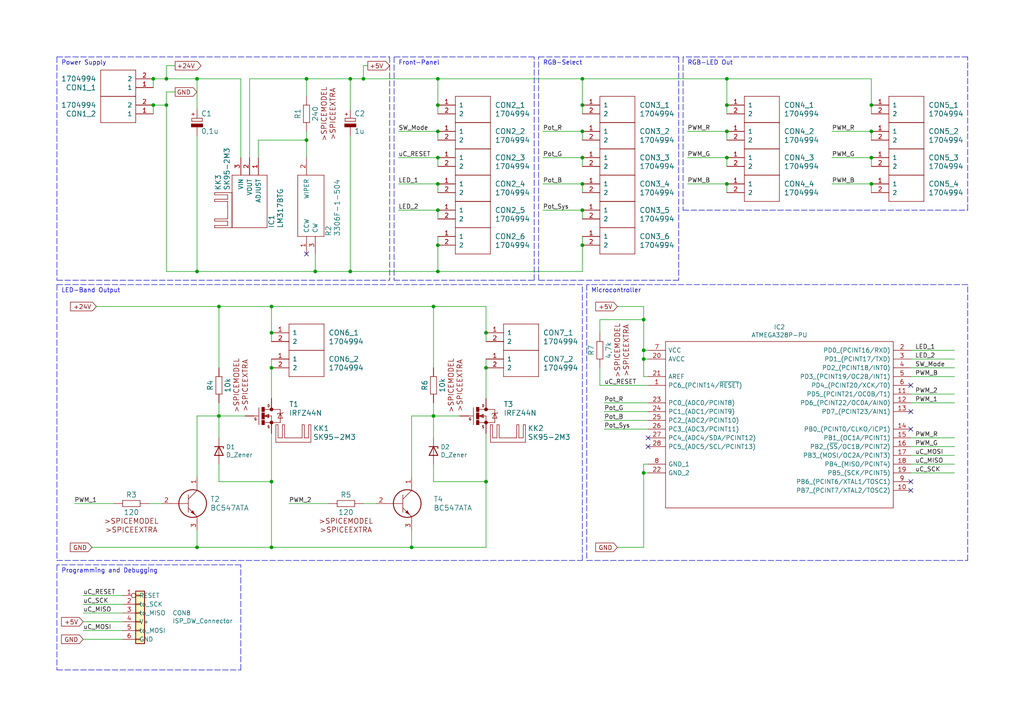
<source format=kicad_sch>
(kicad_sch (version 20211123) (generator eeschema)
  (paper "A4")
  (title_block (title "Scheinwerfer Dirk") (date "2021-10-28") (rev "2.0") (company "Heimann, Florian"))
  (lib_symbols
    (symbol "Device:D_Zener" (pin_numbers hide) (pin_names (offset 1.016) hide)
      (property "Reference" "D" (at 0 2.54 0))
      (property "Value" "D_Zener" (at 0 -2.54 0))
      (symbol "D_Zener_0_1"
        (polyline (pts (xy 1.27 0) (xy -1.27 0)))
        (polyline (pts (xy -1.27 -1.27) (xy -1.27 1.27) (xy -0.762 1.27)) (stroke (width 0.254)))
        (polyline (pts (xy 1.27 -1.27) (xy 1.27 1.27) (xy -1.27 0) (xy 1.27 -1.27)) (stroke (width 0.254)))
      )
      (symbol "D_Zener_1_1"
        (pin passive line (at -3.81 0 0) (length 2.54) (name "K") (number "1"))
        (pin passive line (at 3.81 0 180) (length 2.54) (name "A") (number "2"))
      )
    )
    (symbol "Scheinwerfer_Dirk-eagle-import:1704994" (pin_names (offset 1.016))
      (property "Reference" "J" (at 16.51 7.62 0))
      (property "Value" "1704994" (at 16.51 5.08 0))
      (symbol "1704994_1_0"
        (polyline (pts (xy 5.08 2.54) (xy 5.08 -5.08)))
        (polyline (pts (xy 5.08 2.54) (xy 15.24 2.54)))
        (polyline (pts (xy 15.24 -5.08) (xy 5.08 -5.08)))
        (polyline (pts (xy 15.24 -5.08) (xy 15.24 2.54)))
        (pin bidirectional line (at 0 0 0) (length 5.08) (name "1") (number "1"))
        (pin bidirectional line (at 0 -2.54 0) (length 5.08) (name "2") (number "2"))
      )
    )
    (symbol "Scheinwerfer_Dirk-eagle-import:3306F-1-504" (pin_names (offset 1.016))
      (property "Reference" "VR" (at 24.13 7.62 0))
      (property "Value" "3306F-1-504" (at 24.13 5.08 0))
      (symbol "3306F-1-504_1_0"
        (polyline (pts (xy 5.08 2.54) (xy 5.08 -5.08)))
        (polyline (pts (xy 5.08 2.54) (xy 22.86 2.54)))
        (polyline (pts (xy 22.86 -5.08) (xy 5.08 -5.08)))
        (polyline (pts (xy 22.86 -5.08) (xy 22.86 2.54)))
        (pin bidirectional line (at 0 0 0) (length 5.08) (name "CCW") (number "1"))
        (pin bidirectional line (at 27.94 0 180) (length 5.08) (name "WIPER") (number "2"))
        (pin bidirectional line (at 0 -2.54 0) (length 5.08) (name "CW") (number "3"))
      )
    )
    (symbol "Scheinwerfer_Dirk-eagle-import:BC547ATA" (pin_names (offset 1.016))
      (property "Reference" "Q" (at 13.97 1.27 0))
      (property "Value" "BC547ATA" (at 13.97 -1.27 0))
      (symbol "BC547ATA_1_0"
        (polyline (pts (xy 2.54 0) (xy 7.62 0)))
        (polyline (pts (xy 7.62 -1.27) (xy 10.16 -3.81)))
        (polyline (pts (xy 7.62 1.27) (xy 10.16 3.81)))
        (polyline (pts (xy 7.62 2.54) (xy 7.62 -2.54)))
        (polyline (pts (xy 10.16 -3.81) (xy 10.16 -5.08)))
        (polyline (pts (xy 10.16 3.81) (xy 10.16 5.08)))
        (polyline (pts (xy 8.382 -2.54) (xy 9.3726 -3.048) (xy 9.398 -3.0226) (xy 8.89 -2.032)) (fill (type outline)))
        (circle (center 8.89 0) (radius 4.0132) (stroke (width 0.254)))
        (pin bidirectional line (at 10.16 7.62 270) (length 2.54) (name "C") (number "1"))
        (pin bidirectional line (at 0 0 0) (length 2.54) (name "B") (number "2"))
        (pin bidirectional line (at 10.16 -7.62 90) (length 2.54) (name "E") (number "3"))
      )
    )
    (symbol "Scheinwerfer_Dirk-eagle-import:C-POLRADIAL-11MM-DIA" (pin_names (offset 1.016))
      (property "Reference" "C" (at 1.143 0.4826 0))
      (property "Value" "C-POLRADIAL-11MM-DIA" (at 1.143 -4.5974 0))
      (symbol "C-POLRADIAL-11MM-DIA_1_0"
        (rectangle (start -1.651 -2.54) (end 1.651 -1.651) (fill (type outline)))
        (polyline (pts (xy -1.524 -0.889) (xy 1.524 -0.889)))
        (polyline (pts (xy -1.524 0) (xy -1.524 -0.889)))
        (polyline (pts (xy -1.524 0) (xy 1.524 0)))
        (polyline (pts (xy 1.524 -0.889) (xy 1.524 0)))
        (text "+" (at -0.5842 0.4064 900) (effects (font (size 1.0668 1.0668)) (justify left bottom)))
        (pin passive line (at 0 2.54 270) (length 2.54) (name "+") (number "1"))
        (pin passive line (at 0 -5.08 90) (length 2.54) (name "-") (number "2"))
      )
    )
    (symbol "Scheinwerfer_Dirk-eagle-import:IRFZ44N" (pin_names (offset 1.016))
      (property "Value" "IRFZ44N" (at 5.08 0 0))
      (symbol "IRFZ44N_1_0"
        (rectangle (start -2.794 -2.54) (end -2.032 -1.27) (fill (type outline)))
        (rectangle (start -2.794 -0.889) (end -2.032 0.889) (fill (type outline)))
        (rectangle (start -2.794 1.27) (end -2.032 2.54) (fill (type outline)))
        (circle (center 0 -1.905) (radius 0.127) (stroke (width 0.4064)))
        (polyline (pts (xy -3.81 0) (xy -5.08 0)))
        (polyline (pts (xy -3.6576 2.413) (xy -3.6576 -2.54)))
        (polyline (pts (xy -2.032 -1.905) (xy 0 -1.905)))
        (polyline (pts (xy -2.032 0) (xy -0.762 -0.508)))
        (polyline (pts (xy -1.778 0) (xy -0.889 -0.254)))
        (polyline (pts (xy -0.889 -0.254) (xy -0.889 0)))
        (polyline (pts (xy -0.889 0) (xy -1.143 0)))
        (polyline (pts (xy -0.889 0) (xy 0 0)))
        (polyline (pts (xy -0.889 0.254) (xy -1.778 0)))
        (polyline (pts (xy -0.762 -0.508) (xy -0.762 0.508)))
        (polyline (pts (xy -0.762 0.508) (xy -2.032 0)))
        (polyline (pts (xy 0 -1.905) (xy 0 -2.54)))
        (polyline (pts (xy 0 0) (xy 0 -1.905)))
        (polyline (pts (xy 0 1.905) (xy -2.0066 1.905)))
        (polyline (pts (xy 0 1.905) (xy 2.54 1.905)))
        (polyline (pts (xy 0 2.54) (xy 0 1.905)))
        (polyline (pts (xy 1.905 -0.635) (xy 3.175 -0.635)))
        (polyline (pts (xy 1.905 0.762) (xy 1.651 0.508)))
        (polyline (pts (xy 1.905 0.762) (xy 2.54 0.762)))
        (polyline (pts (xy 2.54 -1.905) (xy 0 -1.905)))
        (polyline (pts (xy 2.54 0.762) (xy 1.905 -0.635)))
        (polyline (pts (xy 2.54 0.762) (xy 2.54 -1.905)))
        (polyline (pts (xy 2.54 0.762) (xy 3.175 0.762)))
        (polyline (pts (xy 2.54 1.905) (xy 2.54 0.762)))
        (polyline (pts (xy 3.175 -0.635) (xy 2.54 0.762)))
        (polyline (pts (xy 3.175 0.762) (xy 3.429 1.016)))
        (circle (center 0 1.905) (radius 0.127) (stroke (width 0.4064)))
        (text "D" (at -1.27 2.54 0) (effects (font (size 0.6858 0.6858)) (justify left bottom)))
        (text "G" (at -5.08 -1.27 0) (effects (font (size 0.6858 0.6858)) (justify left bottom)))
        (text "S" (at -1.27 -3.556 0) (effects (font (size 0.6858 0.6858)) (justify left bottom)))
        (pin passive line (at -7.62 0 0) (length 2.54) (name "G") (number "1"))
        (pin passive line (at 0 5.08 270) (length 2.54) (name "D") (number "2"))
        (pin passive line (at 0 -5.08 90) (length 2.54) (name "S") (number "3"))
      )
    )
    (symbol "Scheinwerfer_Dirk-eagle-import:LM317BTG" (pin_names (offset 1.016))
      (property "Reference" "IC" (at 21.59 7.62 0))
      (property "Value" "LM317BTG" (at 21.59 5.08 0))
      (symbol "LM317BTG_1_0"
        (polyline (pts (xy 5.08 2.54) (xy 5.08 -7.62)))
        (polyline (pts (xy 5.08 2.54) (xy 20.32 2.54)))
        (polyline (pts (xy 20.32 -7.62) (xy 5.08 -7.62)))
        (polyline (pts (xy 20.32 -7.62) (xy 20.32 2.54)))
        (pin bidirectional line (at 0 0 0) (length 5.08) (name "ADJUST") (number "1"))
        (pin output line (at 0 -2.54 0) (length 5.08) (name "VOUT") (number "2"))
        (pin input line (at 0 -5.08 0) (length 5.08) (name "VIN") (number "3"))
      )
    )
    (symbol "Scheinwerfer_Dirk-eagle-import:RAXIAL-11.7MM-PITCH" (pin_names (offset 1.016))
      (property "Reference" "R" (at 0 2.54 0))
      (property "Value" "RAXIAL-11.7MM-PITCH" (at 0 -2.54 0))
      (symbol "RAXIAL-11.7MM-PITCH_1_0"
        (polyline (pts (xy -2.54 -0.889) (xy -2.54 0.889)))
        (polyline (pts (xy -2.54 -0.889) (xy 2.54 -0.889)))
        (polyline (pts (xy 2.54 -0.889) (xy 2.54 0.889)))
        (polyline (pts (xy 2.54 0.889) (xy -2.54 0.889)))
        (text ">SPICEEXTRA" (at 0 -7.62 0) (effects (font (size 1.4986 1.4986))))
        (text ">SPICEMODEL" (at 0 -5.08 0) (effects (font (size 1.4986 1.4986))))
        (pin passive line (at -5.08 0 0) (length 2.54) (name "1") (number "1"))
        (pin passive line (at 5.08 0 180) (length 2.54) (name "2") (number "2"))
      )
    )
    (symbol "Scheinwerfer_Dirk-eagle-import:SK95-2M3" (pin_names (offset 1.016))
      (property "Reference" "KK" (at 5.715 3.175 0))
      (property "Value" "SK95-2M3" (at 5.715 0.635 0))
      (symbol "SK95-2M3_1_0"
        (polyline (pts (xy -5.08 0) (xy 5.08 0)))
        (polyline (pts (xy -5.08 5.08) (xy -5.08 0)))
        (polyline (pts (xy -4.445 1.27) (xy -4.445 5.08)))
        (polyline (pts (xy -4.445 5.08) (xy -5.08 5.08)))
        (polyline (pts (xy -3.175 1.27) (xy -4.445 1.27)))
        (polyline (pts (xy -3.175 5.08) (xy -3.175 1.27)))
        (polyline (pts (xy -2.54 1.27) (xy -2.54 5.08)))
        (polyline (pts (xy -2.54 5.08) (xy -3.175 5.08)))
        (polyline (pts (xy 2.54 1.27) (xy -2.54 1.27)))
        (polyline (pts (xy 2.54 5.08) (xy 2.54 1.27)))
        (polyline (pts (xy 3.175 1.27) (xy 3.175 5.08)))
        (polyline (pts (xy 3.175 5.08) (xy 2.54 5.08)))
        (polyline (pts (xy 4.445 1.27) (xy 3.175 1.27)))
        (polyline (pts (xy 4.445 5.08) (xy 4.445 1.27)))
        (polyline (pts (xy 5.08 0) (xy 5.08 5.08)))
        (polyline (pts (xy 5.08 5.08) (xy 4.445 5.08)))
      )
    )
    (symbol "Scheinwerfer_Dirk-rescue:ATMEGA328P-PU-SamacSys_Parts" (pin_names (offset 0.762))
      (property "Reference" "IC" (at 72.39 7.62 0))
      (property "Value" "ATMEGA328P-PU-SamacSys_Parts" (at 72.39 5.08 0))
      (symbol "ATMEGA328P-PU-SamacSys_Parts_0_0"
        (pin passive line (at 0 -10.16 0) (length 5.08) (name "PC6_(PCINT14/~{RESET})") (number "1"))
        (pin passive line (at 76.2 -40.64 180) (length 5.08) (name "PB7_(PCINT7/XTAL2/TOSC2)") (number "10"))
        (pin passive line (at 76.2 -12.7 180) (length 5.08) (name "PD5_(PCINT21/OC0B/T1)") (number "11"))
        (pin passive line (at 76.2 -15.24 180) (length 5.08) (name "PD6_(PCINT22/OC0A/AIN0)") (number "12"))
        (pin passive line (at 76.2 -17.78 180) (length 5.08) (name "PD7_(PCINT23/AIN1)") (number "13"))
        (pin passive line (at 76.2 -22.86 180) (length 5.08) (name "PB0_(PCINT0/CLKO/ICP1)") (number "14"))
        (pin passive line (at 76.2 -25.4 180) (length 5.08) (name "PB1_(OC1A/PCINT1)") (number "15"))
        (pin passive line (at 76.2 -27.94 180) (length 5.08) (name "PB2_(~{SS}/OC1B/PCINT2)") (number "16"))
        (pin passive line (at 76.2 -30.48 180) (length 5.08) (name "PB3_(MOSI/OC2A/PCINT3)") (number "17"))
        (pin passive line (at 76.2 -33.02 180) (length 5.08) (name "PB4_(MISO/PCINT4)") (number "18"))
        (pin passive line (at 76.2 -35.56 180) (length 5.08) (name "PB5_(SCK/PCINT5)") (number "19"))
        (pin passive line (at 76.2 0 180) (length 5.08) (name "PD0_(PCINT16/RXD)") (number "2"))
        (pin passive line (at 0 -2.54 0) (length 5.08) (name "AVCC") (number "20"))
        (pin passive line (at 0 -7.62 0) (length 5.08) (name "AREF") (number "21"))
        (pin passive line (at 0 -35.56 0) (length 5.08) (name "GND_2") (number "22"))
        (pin passive line (at 0 -15.24 0) (length 5.08) (name "PC0_(ADC0/PCINT8)") (number "23"))
        (pin passive line (at 0 -17.78 0) (length 5.08) (name "PC1_(ADC1/PCINT9)") (number "24"))
        (pin passive line (at 0 -20.32 0) (length 5.08) (name "PC2_(ADC2/PCINT10)") (number "25"))
        (pin passive line (at 0 -22.86 0) (length 5.08) (name "PC3_(ADC3/PCINT11)") (number "26"))
        (pin passive line (at 0 -25.4 0) (length 5.08) (name "PC4_(ADC4/SDA/PCINT12)") (number "27"))
        (pin passive line (at 0 -27.94 0) (length 5.08) (name "PC5_(ADC5/SCL/PCINT13)") (number "28"))
        (pin passive line (at 76.2 -2.54 180) (length 5.08) (name "PD1_(PCINT17/TXD)") (number "3"))
        (pin passive line (at 76.2 -5.08 180) (length 5.08) (name "PD2_(PCINT18/INT0)") (number "4"))
        (pin passive line (at 76.2 -7.62 180) (length 5.08) (name "PD3_(PCINT19/OC2B/INT1)") (number "5"))
        (pin passive line (at 76.2 -10.16 180) (length 5.08) (name "PD4_(PCINT20/XCK/T0)") (number "6"))
        (pin passive line (at 0 0 0) (length 5.08) (name "VCC") (number "7"))
        (pin passive line (at 0 -33.02 0) (length 5.08) (name "GND_1") (number "8"))
        (pin passive line (at 76.2 -38.1 180) (length 5.08) (name "PB6_(PCINT6/XTAL1/TOSC1)") (number "9"))
      )
      (symbol "ATMEGA328P-PU-SamacSys_Parts_0_1"
        (polyline (pts (xy 5.08 2.54) (xy 71.12 2.54) (xy 71.12 -45.72) (xy 5.08 -45.72) (xy 5.08 2.54)) (stroke (width 0.1524)))
      )
    )
    (symbol "Scheinwerfer_Dirk-rescue:ISP_DW_Connector-Connectors_Own" (pin_names (offset 1.016))
      (property "Reference" "J" (at 0 7.62 0))
      (property "Value" "ISP_DW_Connector-Connectors_Own" (at 0 -10.16 0))
      (symbol "ISP_DW_Connector-Connectors_Own_1_1"
        (rectangle (start -1.27 -7.493) (end 0 -7.747) (stroke (width 0.1524)))
        (rectangle (start -1.27 -4.953) (end 0 -5.207) (stroke (width 0.1524)))
        (rectangle (start -1.27 -2.413) (end 0 -2.667) (stroke (width 0.1524)))
        (rectangle (start -1.27 0.127) (end 0 -0.127) (stroke (width 0.1524)))
        (rectangle (start -1.27 2.667) (end 0 2.413) (stroke (width 0.1524)))
        (rectangle (start -1.27 5.207) (end 0 4.953) (stroke (width 0.1524)))
        (rectangle (start -1.27 6.35) (end 1.27 -8.89) (stroke (width 0.254)) (fill (type background)))
        (pin bidirectional inverted (at -5.08 5.08 0) (length 3.81) (name "RESET") (number "1"))
        (pin bidirectional line (at -5.08 2.54 0) (length 3.81) (name "to_SCK") (number "2"))
        (pin bidirectional line (at -5.08 0 0) (length 3.81) (name "to_MISO") (number "3"))
        (pin bidirectional line (at -5.08 -2.54 0) (length 3.81) (name "V+") (number "4"))
        (pin bidirectional line (at -5.08 -5.08 0) (length 3.81) (name "to_MOSI") (number "5"))
        (pin bidirectional line (at -5.08 -7.62 0) (length 3.81) (name "GND") (number "6"))
      )
    )
  )
  (junction (at 63.5 120.65))
  (junction (at 168.91 60.96))
  (junction (at 127 78.74))
  (junction (at 78.74 88.9))
  (junction (at 186.69 137.16))
  (junction (at 168.91 30.48))
  (junction (at 210.82 45.72))
  (junction (at 127 38.1))
  (junction (at 57.15 22.86))
  (junction (at 252.73 38.1))
  (junction (at 140.97 106.68))
  (junction (at 168.91 22.86))
  (junction (at 44.45 30.48))
  (junction (at 101.6 78.74))
  (junction (at 91.44 78.74))
  (junction (at 125.73 88.9))
  (junction (at 168.91 38.1))
  (junction (at 186.69 101.6))
  (junction (at 127 22.86))
  (junction (at 252.73 53.34))
  (junction (at 127 30.48))
  (junction (at 44.45 22.86))
  (junction (at 168.91 45.72))
  (junction (at 186.69 104.14))
  (junction (at 119.38 158.75))
  (junction (at 127 53.34))
  (junction (at 78.74 139.7))
  (junction (at 168.91 71.12))
  (junction (at 105.41 22.86))
  (junction (at 140.97 96.52))
  (junction (at 168.91 53.34))
  (junction (at 57.15 158.75))
  (junction (at 78.74 106.68))
  (junction (at 63.5 88.9))
  (junction (at 140.97 139.7))
  (junction (at 127 60.96))
  (junction (at 210.82 53.34))
  (junction (at 210.82 30.48))
  (junction (at 88.9 40.64))
  (junction (at 101.6 22.86))
  (junction (at 127 45.72))
  (junction (at 252.73 45.72))
  (junction (at 48.26 30.48))
  (junction (at 125.73 120.65))
  (junction (at 78.74 158.75))
  (junction (at 210.82 38.1))
  (junction (at 186.69 92.71))
  (junction (at 252.73 30.48))
  (junction (at 88.9 22.86))
  (junction (at 210.82 22.86))
  (junction (at 78.74 96.52))
  (junction (at 57.15 78.74))
  (junction (at 127 71.12))
  (junction (at 48.26 22.86))
  (no_connect (at 264.16 142.24))
  (no_connect (at 264.16 119.38))
  (no_connect (at 187.96 127))
  (no_connect (at 264.16 124.46))
  (no_connect (at 187.96 129.54))
  (no_connect (at 264.16 111.76))
  (no_connect (at 88.9 73.66))
  (no_connect (at 264.16 139.7))
  (wire (pts (xy 168.91 55.88) (xy 168.91 53.34)))
  (wire (pts (xy 78.74 125.73) (xy 78.74 139.7)))
  (wire (pts (xy 35.56 172.72) (xy 24.13 172.72)))
  (wire (pts (xy 264.16 109.22) (xy 276.86 109.22)))
  (wire (pts (xy 168.91 40.64) (xy 168.91 38.1)))
  (wire (pts (xy 252.73 45.72) (xy 241.3 45.72)))
  (wire (pts (xy 127 22.86) (xy 127 30.48)))
  (wire (pts (xy 125.73 120.65) (xy 119.38 120.65)))
  (wire (pts (xy 264.16 106.68) (xy 276.86 106.68)))
  (wire (pts (xy 168.91 78.74) (xy 168.91 71.12)))
  (wire (pts (xy 187.96 124.46) (xy 175.26 124.46)))
  (polyline (pts (xy 16.51 82.55) (xy 168.91 82.55)))
  (wire (pts (xy 168.91 48.26) (xy 168.91 45.72)))
  (wire (pts (xy 48.26 26.67) (xy 50.8 26.67)))
  (polyline (pts (xy 156.21 16.51) (xy 196.85 16.51)))
  (polyline (pts (xy 198.12 16.51) (xy 198.12 60.96)))
  (wire (pts (xy 101.6 22.86) (xy 105.41 22.86)))
  (wire (pts (xy 63.5 134.62) (xy 63.5 139.7)))
  (wire (pts (xy 168.91 22.86) (xy 168.91 30.48)))
  (wire (pts (xy 264.16 129.54) (xy 276.86 129.54)))
  (wire (pts (xy 57.15 138.43) (xy 57.15 120.65)))
  (wire (pts (xy 57.15 39.37) (xy 57.15 78.74)))
  (wire (pts (xy 74.93 45.72) (xy 74.93 40.64)))
  (wire (pts (xy 173.99 106.68) (xy 173.99 111.76)))
  (wire (pts (xy 168.91 33.02) (xy 168.91 30.48)))
  (wire (pts (xy 252.73 53.34) (xy 252.73 55.88)))
  (wire (pts (xy 46.99 146.05) (xy 43.18 146.05)))
  (wire (pts (xy 168.91 63.5) (xy 168.91 60.96)))
  (wire (pts (xy 210.82 45.72) (xy 210.82 48.26)))
  (wire (pts (xy 35.56 182.88) (xy 24.13 182.88)))
  (wire (pts (xy 168.91 60.96) (xy 157.48 60.96)))
  (polyline (pts (xy 168.91 162.56) (xy 168.91 82.55)))
  (wire (pts (xy 48.26 78.74) (xy 57.15 78.74)))
  (wire (pts (xy 187.96 119.38) (xy 175.26 119.38)))
  (polyline (pts (xy 16.51 194.31) (xy 69.85 194.31)))
  (wire (pts (xy 125.73 134.62) (xy 125.73 139.7)))
  (polyline (pts (xy 156.21 81.28) (xy 156.21 16.51)))
  (wire (pts (xy 127 60.96) (xy 127 63.5)))
  (polyline (pts (xy 16.51 162.56) (xy 168.91 162.56)))
  (wire (pts (xy 252.73 53.34) (xy 241.3 53.34)))
  (wire (pts (xy 91.44 78.74) (xy 91.44 73.66)))
  (wire (pts (xy 186.69 101.6) (xy 187.96 101.6)))
  (wire (pts (xy 44.45 30.48) (xy 48.26 30.48)))
  (wire (pts (xy 21.59 146.05) (xy 33.02 146.05)))
  (wire (pts (xy 63.5 127) (xy 63.5 120.65)))
  (wire (pts (xy 57.15 22.86) (xy 57.15 31.75)))
  (wire (pts (xy 127 53.34) (xy 127 55.88)))
  (wire (pts (xy 140.97 88.9) (xy 140.97 96.52)))
  (wire (pts (xy 210.82 53.34) (xy 199.39 53.34)))
  (wire (pts (xy 127 78.74) (xy 127 71.12)))
  (wire (pts (xy 72.39 45.72) (xy 72.39 22.86)))
  (wire (pts (xy 173.99 111.76) (xy 187.96 111.76)))
  (wire (pts (xy 127 78.74) (xy 168.91 78.74)))
  (wire (pts (xy 35.56 177.8) (xy 24.13 177.8)))
  (wire (pts (xy 264.16 116.84) (xy 276.86 116.84)))
  (wire (pts (xy 210.82 30.48) (xy 210.82 33.02)))
  (wire (pts (xy 88.9 27.94) (xy 88.9 22.86)))
  (wire (pts (xy 125.73 88.9) (xy 125.73 106.68)))
  (wire (pts (xy 69.85 22.86) (xy 69.85 45.72)))
  (polyline (pts (xy 280.67 82.55) (xy 170.18 82.55)))
  (wire (pts (xy 125.73 139.7) (xy 140.97 139.7)))
  (wire (pts (xy 210.82 45.72) (xy 199.39 45.72)))
  (wire (pts (xy 127 45.72) (xy 115.57 45.72)))
  (wire (pts (xy 48.26 19.05) (xy 50.8 19.05)))
  (wire (pts (xy 264.16 132.08) (xy 276.86 132.08)))
  (wire (pts (xy 48.26 30.48) (xy 48.26 78.74)))
  (wire (pts (xy 187.96 134.62) (xy 186.69 134.62)))
  (wire (pts (xy 186.69 104.14) (xy 187.96 104.14)))
  (polyline (pts (xy 280.67 16.51) (xy 198.12 16.51)))
  (wire (pts (xy 252.73 40.64) (xy 252.73 38.1)))
  (wire (pts (xy 26.67 158.75) (xy 57.15 158.75)))
  (wire (pts (xy 168.91 45.72) (xy 157.48 45.72)))
  (wire (pts (xy 252.73 30.48) (xy 252.73 22.86)))
  (wire (pts (xy 168.91 22.86) (xy 210.82 22.86)))
  (wire (pts (xy 186.69 134.62) (xy 186.69 137.16)))
  (wire (pts (xy 78.74 106.68) (xy 78.74 115.57)))
  (wire (pts (xy 127 22.86) (xy 168.91 22.86)))
  (wire (pts (xy 57.15 153.67) (xy 57.15 158.75)))
  (wire (pts (xy 127 48.26) (xy 127 45.72)))
  (wire (pts (xy 252.73 45.72) (xy 252.73 48.26)))
  (wire (pts (xy 186.69 92.71) (xy 186.69 101.6)))
  (wire (pts (xy 115.57 60.96) (xy 127 60.96)))
  (wire (pts (xy 264.16 127) (xy 276.86 127)))
  (wire (pts (xy 101.6 39.37) (xy 101.6 78.74)))
  (wire (pts (xy 173.99 92.71) (xy 186.69 92.71)))
  (wire (pts (xy 119.38 153.67) (xy 119.38 158.75)))
  (polyline (pts (xy 113.03 16.51) (xy 113.03 81.28)))
  (wire (pts (xy 252.73 22.86) (xy 210.82 22.86)))
  (wire (pts (xy 127 40.64) (xy 127 38.1)))
  (wire (pts (xy 72.39 22.86) (xy 88.9 22.86)))
  (wire (pts (xy 210.82 38.1) (xy 199.39 38.1)))
  (wire (pts (xy 74.93 40.64) (xy 88.9 40.64)))
  (polyline (pts (xy 16.51 16.51) (xy 113.03 16.51)))
  (wire (pts (xy 127 68.58) (xy 127 71.12)))
  (wire (pts (xy 44.45 25.4) (xy 44.45 22.86)))
  (polyline (pts (xy 69.85 163.83) (xy 16.51 163.83)))
  (wire (pts (xy 48.26 30.48) (xy 48.26 26.67)))
  (wire (pts (xy 264.16 104.14) (xy 276.86 104.14)))
  (wire (pts (xy 63.5 88.9) (xy 78.74 88.9)))
  (wire (pts (xy 78.74 139.7) (xy 78.74 158.75)))
  (wire (pts (xy 140.97 106.68) (xy 140.97 104.14)))
  (wire (pts (xy 101.6 78.74) (xy 91.44 78.74)))
  (wire (pts (xy 179.07 88.9) (xy 186.69 88.9)))
  (polyline (pts (xy 16.51 82.55) (xy 16.51 162.56)))
  (wire (pts (xy 48.26 22.86) (xy 57.15 22.86)))
  (polyline (pts (xy 170.18 162.56) (xy 280.67 162.56)))
  (polyline (pts (xy 114.3 81.28) (xy 154.94 81.28)))
  (wire (pts (xy 186.69 158.75) (xy 179.07 158.75)))
  (wire (pts (xy 78.74 96.52) (xy 78.74 88.9)))
  (wire (pts (xy 125.73 127) (xy 125.73 120.65)))
  (wire (pts (xy 105.41 19.05) (xy 106.68 19.05)))
  (wire (pts (xy 105.41 22.86) (xy 105.41 19.05)))
  (polyline (pts (xy 170.18 82.55) (xy 170.18 162.56)))
  (wire (pts (xy 35.56 185.42) (xy 24.13 185.42)))
  (wire (pts (xy 252.73 30.48) (xy 252.73 33.02)))
  (wire (pts (xy 63.5 139.7) (xy 78.74 139.7)))
  (wire (pts (xy 264.16 101.6) (xy 276.86 101.6)))
  (wire (pts (xy 57.15 158.75) (xy 78.74 158.75)))
  (wire (pts (xy 27.94 88.9) (xy 63.5 88.9)))
  (wire (pts (xy 78.74 158.75) (xy 119.38 158.75)))
  (wire (pts (xy 173.99 96.52) (xy 173.99 92.71)))
  (wire (pts (xy 168.91 38.1) (xy 157.48 38.1)))
  (wire (pts (xy 210.82 53.34) (xy 210.82 55.88)))
  (wire (pts (xy 101.6 78.74) (xy 127 78.74)))
  (wire (pts (xy 210.82 38.1) (xy 210.82 40.64)))
  (wire (pts (xy 63.5 116.84) (xy 63.5 120.65)))
  (wire (pts (xy 105.41 22.86) (xy 127 22.86)))
  (wire (pts (xy 88.9 40.64) (xy 88.9 45.72)))
  (wire (pts (xy 186.69 137.16) (xy 186.69 158.75)))
  (wire (pts (xy 133.35 120.65) (xy 125.73 120.65)))
  (wire (pts (xy 140.97 139.7) (xy 140.97 125.73)))
  (polyline (pts (xy 154.94 16.51) (xy 114.3 16.51)))
  (wire (pts (xy 71.12 120.65) (xy 63.5 120.65)))
  (wire (pts (xy 88.9 22.86) (xy 101.6 22.86)))
  (wire (pts (xy 44.45 33.02) (xy 44.45 30.48)))
  (wire (pts (xy 252.73 38.1) (xy 241.3 38.1)))
  (wire (pts (xy 95.25 146.05) (xy 83.82 146.05)))
  (polyline (pts (xy 280.67 60.96) (xy 280.67 16.51)))
  (wire (pts (xy 119.38 158.75) (xy 140.97 158.75)))
  (wire (pts (xy 186.69 88.9) (xy 186.69 92.71)))
  (wire (pts (xy 78.74 96.52) (xy 78.74 99.06)))
  (wire (pts (xy 140.97 106.68) (xy 140.97 115.57)))
  (polyline (pts (xy 114.3 16.51) (xy 114.3 81.28)))
  (wire (pts (xy 140.97 96.52) (xy 140.97 99.06)))
  (wire (pts (xy 105.41 146.05) (xy 109.22 146.05)))
  (wire (pts (xy 57.15 22.86) (xy 69.85 22.86)))
  (wire (pts (xy 88.9 38.1) (xy 88.9 40.64)))
  (wire (pts (xy 210.82 22.86) (xy 210.82 30.48)))
  (wire (pts (xy 264.16 137.16) (xy 276.86 137.16)))
  (wire (pts (xy 78.74 88.9) (xy 125.73 88.9)))
  (wire (pts (xy 168.91 53.34) (xy 157.48 53.34)))
  (wire (pts (xy 125.73 88.9) (xy 140.97 88.9)))
  (polyline (pts (xy 16.51 81.28) (xy 113.03 81.28)))
  (wire (pts (xy 63.5 106.68) (xy 63.5 88.9)))
  (polyline (pts (xy 154.94 81.28) (xy 154.94 16.51)))
  (wire (pts (xy 127 38.1) (xy 115.57 38.1)))
  (wire (pts (xy 125.73 116.84) (xy 125.73 120.65)))
  (wire (pts (xy 264.16 134.62) (xy 276.86 134.62)))
  (wire (pts (xy 57.15 78.74) (xy 91.44 78.74)))
  (wire (pts (xy 44.45 22.86) (xy 48.26 22.86)))
  (polyline (pts (xy 16.51 163.83) (xy 16.51 194.31)))
  (wire (pts (xy 187.96 116.84) (xy 175.26 116.84)))
  (wire (pts (xy 140.97 158.75) (xy 140.97 139.7)))
  (wire (pts (xy 127 53.34) (xy 115.57 53.34)))
  (wire (pts (xy 78.74 106.68) (xy 78.74 104.14)))
  (wire (pts (xy 264.16 114.3) (xy 276.86 114.3)))
  (polyline (pts (xy 196.85 81.28) (xy 156.21 81.28)))
  (wire (pts (xy 119.38 138.43) (xy 119.38 120.65)))
  (polyline (pts (xy 69.85 194.31) (xy 69.85 163.83)))
  (wire (pts (xy 186.69 101.6) (xy 186.69 104.14)))
  (polyline (pts (xy 198.12 60.96) (xy 280.67 60.96)))
  (wire (pts (xy 186.69 109.22) (xy 187.96 109.22)))
  (wire (pts (xy 101.6 31.75) (xy 101.6 22.86)))
  (wire (pts (xy 127 30.48) (xy 127 33.02)))
  (polyline (pts (xy 280.67 162.56) (xy 280.67 82.55)))
  (polyline (pts (xy 16.51 16.51) (xy 16.51 81.28)))
  (wire (pts (xy 168.91 71.12) (xy 168.91 68.58)))
  (wire (pts (xy 63.5 120.65) (xy 57.15 120.65)))
  (wire (pts (xy 187.96 121.92) (xy 175.26 121.92)))
  (wire (pts (xy 186.69 104.14) (xy 186.69 109.22)))
  (wire (pts (xy 186.69 137.16) (xy 187.96 137.16)))
  (wire (pts (xy 48.26 22.86) (xy 48.26 19.05)))
  (polyline (pts (xy 196.85 16.51) (xy 196.85 81.28)))
  (wire (pts (xy 35.56 175.26) (xy 24.13 175.26)))
  (wire (pts (xy 35.56 180.34) (xy 24.13 180.34)))
  (text "Front-Panel" (at 115.57 19.05 0) (effects (font (size 1.27 1.27)) (justify left bottom)))
  (text "RGB-Select" (at 157.48 19.05 0) (effects (font (size 1.27 1.27)) (justify left bottom)))
  (text "RGB-LED Out" (at 199.39 19.05 0) (effects (font (size 1.27 1.27)) (justify left bottom)))
  (text "Microcontroller" (at 171.45 85.09 0) (effects (font (size 1.27 1.27)) (justify left bottom)))
  (text "Programming and Debugging" (at 17.78 166.37 0) (effects (font (size 1.27 1.27)) (justify left bottom)))
  (text "Power Supply" (at 17.78 19.05 0) (effects (font (size 1.27 1.27)) (justify left bottom)))
  (text "LED-Band Output" (at 17.78 85.09 0) (effects (font (size 1.27 1.27)) (justify left bottom)))
  (label "uC_MISO" (at 265.43 134.62 0))
  (label "PWM_R" (at 241.3 38.1 0))
  (label "LED_2" (at 115.57 60.96 0))
  (label "PWM_B" (at 199.39 53.34 0))
  (label "uC_RESET" (at 175.26 111.76 0))
  (label "uC_SCK" (at 265.43 137.16 0))
  (label "uC_SCK" (at 24.13 175.26 0))
  (label "PWM_1" (at 265.43 116.84 0))
  (label "LED_1" (at 265.43 101.6 0))
  (label "Pot_G" (at 175.26 119.38 0))
  (label "Pot_Sys" (at 157.48 60.96 0))
  (label "uC_RESET" (at 24.13 172.72 0))
  (label "Pot_G" (at 157.48 45.72 0))
  (label "uC_MOSI" (at 265.43 132.08 0))
  (label "PWM_G" (at 265.43 129.54 0))
  (label "Pot_B" (at 175.26 121.92 0))
  (label "Pot_R" (at 157.48 38.1 0))
  (label "PWM_2" (at 83.82 146.05 0))
  (label "Pot_R" (at 175.26 116.84 0))
  (label "PWM_G" (at 241.3 45.72 0))
  (label "SW_Mode" (at 115.57 38.1 0))
  (label "PWM_G" (at 199.39 45.72 0))
  (label "PWM_B" (at 241.3 53.34 0))
  (label "uC_MISO" (at 24.13 177.8 0))
  (label "uC_RESET" (at 115.57 45.72 0))
  (label "Pot_Sys" (at 175.26 124.46 0))
  (label "PWM_2" (at 265.43 114.3 0))
  (label "uC_MOSI" (at 24.13 182.88 0))
  (label "PWM_B" (at 265.43 109.22 0))
  (label "Pot_B" (at 157.48 53.34 0))
  (label "PWM_R" (at 265.43 127 0))
  (label "PWM_1" (at 21.59 146.05 0))
  (label "LED_1" (at 115.57 53.34 0))
  (label "LED_2" (at 265.43 104.14 0))
  (label "SW_Mode" (at 265.43 106.68 0))
  (label "PWM_R" (at 199.39 38.1 0))
  (global_label "GND" (shape input) (at 24.13 185.42 180) (property "Intersheet References" "${INTERSHEET_REFS}" (effects hide)))
  (global_label "+5V" (shape input) (at 179.07 88.9 180) (property "Intersheet References" "${INTERSHEET_REFS}" (effects hide)))
  (global_label "GND" (shape input) (at 179.07 158.75 180) (property "Intersheet References" "${INTERSHEET_REFS}" (effects hide)))
  (global_label "+24V" (shape input) (at 27.94 88.9 180) (property "Intersheet References" "${INTERSHEET_REFS}" (effects hide)))
  (global_label "+24V" (shape output) (at 50.8 19.05 0) (property "Intersheet References" "${INTERSHEET_REFS}" (effects hide)))
  (global_label "GND" (shape input) (at 26.67 158.75 180) (property "Intersheet References" "${INTERSHEET_REFS}" (effects hide)))
  (global_label "GND" (shape output) (at 50.8 26.67 0) (property "Intersheet References" "${INTERSHEET_REFS}" (effects hide)))
  (global_label "+5V" (shape output) (at 106.68 19.05 0) (property "Intersheet References" "${INTERSHEET_REFS}" (effects hide)))
  (global_label "+5V" (shape input) (at 24.13 180.34 180) (property "Intersheet References" "${INTERSHEET_REFS}" (effects hide)))
  (symbol (lib_id "Scheinwerfer_Dirk-eagle-import:1704994") (at 78.74 96.52 0) (unit 1)
    (property "Reference" "CON6_1" (at 95.25 96.52 0) (effects (font (size 1.4986 1.4986)) (justify left)))
    (property "Value" "1704994" (at 95.25 99.06 0) (effects (font (size 1.4986 1.4986)) (justify left)))
    (property "Footprint" "SamacSys_Parts:SHDR2W100P508X381_2X1_460X1750X1420P" (effects hide))
  )
  (symbol (lib_id "Scheinwerfer_Dirk-eagle-import:SK95-2M3") (at 85.09 128.27 0) (unit 1)
    (property "Reference" "KK1" (at 90.805 125.095 0) (effects (font (size 1.4986 1.4986)) (justify left bottom)))
    (property "Value" "SK95-2M3" (at 90.805 127.635 0) (effects (font (size 1.4986 1.4986)) (justify left bottom)))
    (property "Footprint" "Heatsink_Own:Heatsink_TO-220_L10_B15_H19.75" (effects hide))
  )
  (symbol (lib_id "Scheinwerfer_Dirk-eagle-import:1704994") (at 127 30.48 0) (unit 1)
    (property "Reference" "CON2_1" (at 143.51 30.48 0) (effects (font (size 1.4986 1.4986)) (justify left)))
    (property "Value" "1704994" (at 143.51 33.02 0) (effects (font (size 1.4986 1.4986)) (justify left)))
    (property "Footprint" "SamacSys_Parts:SHDR2W100P508X381_2X1_460X1750X1420P" (effects hide))
  )
  (symbol (lib_id "Scheinwerfer_Dirk-eagle-import:BC547ATA") (at 46.99 146.05 0) (unit 1)
    (property "Reference" "T2" (at 60.96 144.78 0) (effects (font (size 1.4986 1.4986)) (justify left)))
    (property "Value" "BC547ATA" (at 60.96 147.32 0) (effects (font (size 1.4986 1.4986)) (justify left)))
    (property "Footprint" "SamacSys_Parts:TO-92__TO-226_" (effects hide))
  )
  (symbol (lib_id "Scheinwerfer_Dirk-eagle-import:LM317BTG") (at 74.93 45.72 270) (unit 1)
    (property "Reference" "IC1" (at 78.74 62.23 0) (effects (font (size 1.4986 1.4986)) (justify left)))
    (property "Value" "LM317BTG" (at 81.28 54.61 0) (effects (font (size 1.4986 1.4986)) (justify left)))
    (property "Footprint" "SamacSys_Parts:TO254P482X997X2018-3P" (effects hide))
  )
  (symbol (lib_id "Scheinwerfer_Dirk-eagle-import:1704994") (at 127 45.72 0) (unit 1)
    (property "Reference" "CON2_3" (at 143.51 45.72 0) (effects (font (size 1.4986 1.4986)) (justify left)))
    (property "Value" "1704994" (at 143.51 48.26 0) (effects (font (size 1.4986 1.4986)) (justify left)))
    (property "Footprint" "SamacSys_Parts:SHDR2W100P508X381_2X1_460X1750X1420P" (effects hide))
  )
  (symbol (lib_id "Scheinwerfer_Dirk-eagle-import:1704994") (at 210.82 30.48 0) (unit 1)
    (property "Reference" "CON4_1" (at 227.33 30.48 0) (effects (font (size 1.4986 1.4986)) (justify left)))
    (property "Value" "1704994" (at 227.33 33.02 0) (effects (font (size 1.4986 1.4986)) (justify left)))
    (property "Footprint" "SamacSys_Parts:SHDR2W100P508X381_2X1_460X1750X1420P" (effects hide))
  )
  (symbol (lib_id "Scheinwerfer_Dirk-eagle-import:1704994") (at 210.82 45.72 0) (unit 1)
    (property "Reference" "CON4_3" (at 227.33 45.72 0) (effects (font (size 1.4986 1.4986)) (justify left)))
    (property "Value" "1704994" (at 227.33 48.26 0) (effects (font (size 1.4986 1.4986)) (justify left)))
    (property "Footprint" "SamacSys_Parts:SHDR2W100P508X381_2X1_460X1750X1420P" (effects hide))
  )
  (symbol (lib_id "Scheinwerfer_Dirk-eagle-import:1704994") (at 44.45 25.4 180) (unit 1)
    (property "Reference" "CON1_1" (at 27.94 25.4 0) (effects (font (size 1.4986 1.4986)) (justify left)))
    (property "Value" "1704994" (at 27.94 22.86 0) (effects (font (size 1.4986 1.4986)) (justify left)))
    (property "Footprint" "SamacSys_Parts:SHDR2W100P508X381_2X1_460X1750X1420P" (effects hide))
  )
  (symbol (lib_id "Scheinwerfer_Dirk-eagle-import:RAXIAL-11.7MM-PITCH") (at 88.9 33.02 90) (unit 1)
    (property "Reference" "R1" (at 86.36 33.02 0) (effects (font (size 1.4986 1.4986))))
    (property "Value" "240" (at 91.44 33.02 0) (effects (font (size 1.4986 1.4986))))
    (property "Footprint" "Resistor_THT:R_Axial_DIN0207_L6.3mm_D2.5mm_P7.62mm_Horizontal" (effects hide))
  )
  (symbol (lib_id "Scheinwerfer_Dirk-eagle-import:1704994") (at 140.97 96.52 0) (unit 1)
    (property "Reference" "CON7_1" (at 157.48 96.52 0) (effects (font (size 1.4986 1.4986)) (justify left)))
    (property "Value" "1704994" (at 157.48 99.06 0) (effects (font (size 1.4986 1.4986)) (justify left)))
    (property "Footprint" "SamacSys_Parts:SHDR2W100P508X381_2X1_460X1750X1420P" (effects hide))
  )
  (symbol (lib_id "Scheinwerfer_Dirk-eagle-import:RAXIAL-11.7MM-PITCH") (at 63.5 111.76 90) (unit 1)
    (property "Reference" "R4" (at 60.96 111.76 0) (effects (font (size 1.4986 1.4986))))
    (property "Value" "10k" (at 66.04 111.76 0) (effects (font (size 1.4986 1.4986))))
    (property "Footprint" "Resistor_THT:R_Axial_DIN0207_L6.3mm_D2.5mm_P7.62mm_Horizontal" (effects hide))
  )
  (symbol (lib_id "Device:D_Zener") (at 63.5 130.81 270) (unit 1)
    (property "Reference" "D1" (at 65.532 129.6416 90) (effects (justify left)))
    (property "Value" "D_Zener" (at 65.532 131.953 90) (effects (justify left)))
    (property "Footprint" "Resistor_THT:R_Axial_DIN0207_L6.3mm_D2.5mm_P7.62mm_Horizontal" (effects hide))
  )
  (symbol (lib_id "Device:D_Zener") (at 125.73 130.81 270) (unit 1)
    (property "Reference" "D2" (at 127.762 129.6416 90) (effects (justify left)))
    (property "Value" "D_Zener" (at 127.762 131.953 90) (effects (justify left)))
    (property "Footprint" "Resistor_THT:R_Axial_DIN0207_L6.3mm_D2.5mm_P7.62mm_Horizontal" (effects hide))
  )
  (symbol (lib_id "Scheinwerfer_Dirk-rescue:ATMEGA328P-PU-SamacSys_Parts") (at 187.96 101.6 0) (unit 1)
    (property "Reference" "IC2" (at 226.06 94.869 0))
    (property "Value" "ATMEGA328P-PU" (at 226.06 97.1804 0))
    (property "Footprint" "SamacSys_Parts:DIP794W53P254L3467H457Q28N" (effects hide))
    (property "Datasheet" "https://datasheet.datasheetarchive.com/originals/distributors/Datasheets_SAMA/59a954cf62ab8fb92f29cdfb51cb433a.pdf" (effects hide))
    (property "Description" "MICROCHIP - ATMEGA328P-PU. - MICROCONTROLLER MCU, 8 BIT, ATMEGA, 20MHZ, DIP-28" (effects hide))
    (property "Height" "4.572" (effects hide))
    (property "Manufacturer_Name" "Microchip" (effects hide))
    (property "Manufacturer_Part_Number" "ATMEGA328P-PU" (effects hide))
    (property "Mouser Part Number" "556-ATMEGA328P-PU" (effects hide))
    (property "Mouser Price/Stock" "https://www.mouser.co.uk/ProductDetail/Microchip-Technology-Atmel/ATMEGA328P-PU?qs=K8BHR703ZXguOQv3sKbWcg%3D%3D" (effects hide))
    (property "Arrow Part Number" "ATMEGA328P-PU" (effects hide))
    (property "Arrow Price/Stock" "https://www.arrow.com/en/products/atmega328p-pu/microchip-technology?region=nac" (effects hide))
  )
  (symbol (lib_id "Scheinwerfer_Dirk-rescue:ISP_DW_Connector-Connectors_Own") (at 40.64 177.8 0) (unit 1)
    (property "Reference" "CON8" (at 50.0126 177.8 0) (effects (justify left)))
    (property "Value" "ISP_DW_Connector" (at 50.0126 180.1114 0) (effects (justify left)))
    (property "Footprint" "Connectors_Own:ISP_DW_Connector" (effects hide))
  )
  (symbol (lib_id "Scheinwerfer_Dirk-eagle-import:1704994") (at 252.73 45.72 0) (unit 1)
    (property "Reference" "CON5_3" (at 269.24 45.72 0) (effects (font (size 1.4986 1.4986)) (justify left)))
    (property "Value" "1704994" (at 269.24 48.26 0) (effects (font (size 1.4986 1.4986)) (justify left)))
    (property "Footprint" "SamacSys_Parts:SHDR2W100P508X381_2X1_460X1750X1420P" (effects hide))
  )
  (symbol (lib_id "Scheinwerfer_Dirk-eagle-import:RAXIAL-11.7MM-PITCH") (at 173.99 101.6 90) (unit 1)
    (property "Reference" "R7" (at 171.45 101.6 0) (effects (font (size 1.4986 1.4986))))
    (property "Value" "4,7k" (at 176.53 101.6 0) (effects (font (size 1.4986 1.4986))))
    (property "Footprint" "Resistor_THT:R_Axial_DIN0207_L6.3mm_D2.5mm_P7.62mm_Horizontal" (effects hide))
  )
  (symbol (lib_id "Scheinwerfer_Dirk-eagle-import:C-POLRADIAL-11MM-DIA") (at 57.15 34.29 0) (unit 1)
    (property "Reference" "C1" (at 58.293 33.8074 0) (effects (font (size 1.4986 1.4986)) (justify left bottom)))
    (property "Value" "0,1u" (at 58.293 38.8874 0) (effects (font (size 1.4986 1.4986)) (justify left bottom)))
    (property "Footprint" "Capacitor_THT:C_Disc_D5.0mm_W2.5mm_P5.00mm" (effects hide))
  )
  (symbol (lib_id "Scheinwerfer_Dirk-eagle-import:1704994") (at 168.91 45.72 0) (unit 1)
    (property "Reference" "CON3_3" (at 185.42 45.72 0) (effects (font (size 1.4986 1.4986)) (justify left)))
    (property "Value" "1704994" (at 185.42 48.26 0) (effects (font (size 1.4986 1.4986)) (justify left)))
    (property "Footprint" "SamacSys_Parts:SHDR2W100P508X381_2X1_460X1750X1420P" (effects hide))
  )
  (symbol (lib_id "Scheinwerfer_Dirk-eagle-import:IRFZ44N") (at 140.97 120.65 0) (unit 1)
    (property "Reference" "T3" (at 146.05 118.11 0) (effects (font (size 1.4986 1.4986)) (justify left bottom)))
    (property "Value" "IRFZ44N" (at 146.05 120.65 0) (effects (font (size 1.4986 1.4986)) (justify left bottom)))
    (property "Footprint" "SamacSys_Parts:TO254P483X1016X2223-3P" (effects hide))
  )
  (symbol (lib_id "Scheinwerfer_Dirk-eagle-import:RAXIAL-11.7MM-PITCH") (at 100.33 146.05 0) (unit 1)
    (property "Reference" "R5" (at 100.33 143.51 0) (effects (font (size 1.4986 1.4986))))
    (property "Value" "120" (at 100.33 148.59 0) (effects (font (size 1.4986 1.4986))))
    (property "Footprint" "Resistor_THT:R_Axial_DIN0207_L6.3mm_D2.5mm_P7.62mm_Horizontal" (effects hide))
    (property "SPICEPREFIX" "R" (effects hide))
  )
  (symbol (lib_id "Scheinwerfer_Dirk-eagle-import:IRFZ44N") (at 78.74 120.65 0) (unit 1)
    (property "Reference" "T1" (at 83.82 118.11 0) (effects (font (size 1.4986 1.4986)) (justify left bottom)))
    (property "Value" "IRFZ44N" (at 83.82 120.65 0) (effects (font (size 1.4986 1.4986)) (justify left bottom)))
    (property "Footprint" "SamacSys_Parts:TO254P483X1016X2223-3P" (effects hide))
  )
  (symbol (lib_id "Scheinwerfer_Dirk-eagle-import:RAXIAL-11.7MM-PITCH") (at 125.73 111.76 90) (unit 1)
    (property "Reference" "R6" (at 123.19 111.76 0) (effects (font (size 1.4986 1.4986))))
    (property "Value" "10k" (at 128.27 111.76 0) (effects (font (size 1.4986 1.4986))))
    (property "Footprint" "Resistor_THT:R_Axial_DIN0207_L6.3mm_D2.5mm_P7.62mm_Horizontal" (effects hide))
  )
  (symbol (lib_id "Scheinwerfer_Dirk-eagle-import:1704994") (at 168.91 60.96 0) (unit 1)
    (property "Reference" "CON3_5" (at 185.42 60.96 0) (effects (font (size 1.4986 1.4986)) (justify left)))
    (property "Value" "1704994" (at 185.42 63.5 0) (effects (font (size 1.4986 1.4986)) (justify left)))
    (property "Footprint" "SamacSys_Parts:SHDR2W100P508X381_2X1_460X1750X1420P" (effects hide))
  )
  (symbol (lib_id "Scheinwerfer_Dirk-eagle-import:SK95-2M3") (at 67.31 60.96 90) (unit 1)
    (property "Reference" "KK3" (at 64.135 55.245 0) (effects (font (size 1.4986 1.4986)) (justify left bottom)))
    (property "Value" "SK95-2M3" (at 66.675 55.245 0) (effects (font (size 1.4986 1.4986)) (justify left bottom)))
    (property "Footprint" "Heatsink_Own:Heatsink_TO-220_L10_B15_H19.75" (effects hide))
  )
  (symbol (lib_id "Scheinwerfer_Dirk-eagle-import:RAXIAL-11.7MM-PITCH") (at 38.1 146.05 0) (unit 1)
    (property "Reference" "R3" (at 38.1 143.51 0) (effects (font (size 1.4986 1.4986))))
    (property "Value" "120" (at 38.1 148.59 0) (effects (font (size 1.4986 1.4986))))
    (property "Footprint" "Resistor_THT:R_Axial_DIN0207_L6.3mm_D2.5mm_P7.62mm_Horizontal" (effects hide))
  )
  (symbol (lib_id "Scheinwerfer_Dirk-eagle-import:1704994") (at 168.91 30.48 0) (unit 1)
    (property "Reference" "CON3_1" (at 185.42 30.48 0) (effects (font (size 1.4986 1.4986)) (justify left)))
    (property "Value" "1704994" (at 185.42 33.02 0) (effects (font (size 1.4986 1.4986)) (justify left)))
    (property "Footprint" "SamacSys_Parts:SHDR2W100P508X381_2X1_460X1750X1420P" (effects hide))
  )
  (symbol (lib_id "Scheinwerfer_Dirk-eagle-import:1704994") (at 168.91 68.58 0) (unit 1)
    (property "Reference" "CON3_6" (at 185.42 68.58 0) (effects (font (size 1.4986 1.4986)) (justify left)))
    (property "Value" "1704994" (at 185.42 71.12 0) (effects (font (size 1.4986 1.4986)) (justify left)))
    (property "Footprint" "SamacSys_Parts:SHDR2W100P508X381_2X1_460X1750X1420P" (effects hide))
  )
  (symbol (lib_id "Scheinwerfer_Dirk-eagle-import:1704994") (at 127 60.96 0) (unit 1)
    (property "Reference" "CON2_5" (at 143.51 60.96 0) (effects (font (size 1.4986 1.4986)) (justify left)))
    (property "Value" "1704994" (at 143.51 63.5 0) (effects (font (size 1.4986 1.4986)) (justify left)))
    (property "Footprint" "SamacSys_Parts:SHDR2W100P508X381_2X1_460X1750X1420P" (effects hide))
  )
  (symbol (lib_id "Scheinwerfer_Dirk-eagle-import:C-POLRADIAL-11MM-DIA") (at 101.6 34.29 0) (unit 1)
    (property "Reference" "C2" (at 102.743 33.8074 0) (effects (font (size 1.4986 1.4986)) (justify left bottom)))
    (property "Value" "1u" (at 102.743 38.8874 0) (effects (font (size 1.4986 1.4986)) (justify left bottom)))
    (property "Footprint" "Capacitor_THT:C_Radial_D5.0mm_H11.0mm_P2.00mm" (effects hide))
  )
  (symbol (lib_id "Scheinwerfer_Dirk-eagle-import:1704994") (at 44.45 33.02 180) (unit 1)
    (property "Reference" "CON1_2" (at 27.94 33.02 0) (effects (font (size 1.4986 1.4986)) (justify left)))
    (property "Value" "1704994" (at 27.94 30.48 0) (effects (font (size 1.4986 1.4986)) (justify left)))
    (property "Footprint" "SamacSys_Parts:SHDR2W100P508X381_2X1_460X1750X1420P" (effects hide))
  )
  (symbol (lib_id "Scheinwerfer_Dirk-eagle-import:1704994") (at 168.91 53.34 0) (unit 1)
    (property "Reference" "CON3_4" (at 185.42 53.34 0) (effects (font (size 1.4986 1.4986)) (justify left)))
    (property "Value" "1704994" (at 185.42 55.88 0) (effects (font (size 1.4986 1.4986)) (justify left)))
    (property "Footprint" "SamacSys_Parts:SHDR2W100P508X381_2X1_460X1750X1420P" (effects hide))
  )
  (symbol (lib_id "Scheinwerfer_Dirk-eagle-import:1704994") (at 127 68.58 0) (unit 1)
    (property "Reference" "CON2_6" (at 143.51 68.58 0) (effects (font (size 1.4986 1.4986)) (justify left)))
    (property "Value" "1704994" (at 143.51 71.12 0) (effects (font (size 1.4986 1.4986)) (justify left)))
    (property "Footprint" "SamacSys_Parts:SHDR2W100P508X381_2X1_460X1750X1420P" (effects hide))
  )
  (symbol (lib_id "Scheinwerfer_Dirk-eagle-import:1704994") (at 127 53.34 0) (unit 1)
    (property "Reference" "CON2_4" (at 143.51 53.34 0) (effects (font (size 1.4986 1.4986)) (justify left)))
    (property "Value" "1704994" (at 143.51 55.88 0) (effects (font (size 1.4986 1.4986)) (justify left)))
    (property "Footprint" "SamacSys_Parts:SHDR2W100P508X381_2X1_460X1750X1420P" (effects hide))
  )
  (symbol (lib_id "Scheinwerfer_Dirk-eagle-import:1704994") (at 252.73 38.1 0) (unit 1)
    (property "Reference" "CON5_2" (at 269.24 38.1 0) (effects (font (size 1.4986 1.4986)) (justify left)))
    (property "Value" "1704994" (at 269.24 40.64 0) (effects (font (size 1.4986 1.4986)) (justify left)))
    (property "Footprint" "SamacSys_Parts:SHDR2W100P508X381_2X1_460X1750X1420P" (effects hide))
  )
  (symbol (lib_id "Scheinwerfer_Dirk-eagle-import:1704994") (at 127 38.1 0) (unit 1)
    (property "Reference" "CON2_2" (at 143.51 38.1 0) (effects (font (size 1.4986 1.4986)) (justify left)))
    (property "Value" "1704994" (at 143.51 40.64 0) (effects (font (size 1.4986 1.4986)) (justify left)))
    (property "Footprint" "SamacSys_Parts:SHDR2W100P508X381_2X1_460X1750X1420P" (effects hide))
  )
  (symbol (lib_id "Scheinwerfer_Dirk-eagle-import:1704994") (at 78.74 104.14 0) (unit 1)
    (property "Reference" "CON6_2" (at 95.25 104.14 0) (effects (font (size 1.4986 1.4986)) (justify left)))
    (property "Value" "1704994" (at 95.25 106.68 0) (effects (font (size 1.4986 1.4986)) (justify left)))
    (property "Footprint" "SamacSys_Parts:SHDR2W100P508X381_2X1_460X1750X1420P" (effects hide))
  )
  (symbol (lib_id "Scheinwerfer_Dirk-eagle-import:1704994") (at 252.73 53.34 0) (unit 1)
    (property "Reference" "CON5_4" (at 269.24 53.34 0) (effects (font (size 1.4986 1.4986)) (justify left)))
    (property "Value" "1704994" (at 269.24 55.88 0) (effects (font (size 1.4986 1.4986)) (justify left)))
    (property "Footprint" "SamacSys_Parts:SHDR2W100P508X381_2X1_460X1750X1420P" (effects hide))
  )
  (symbol (lib_id "Scheinwerfer_Dirk-eagle-import:1704994") (at 210.82 53.34 0) (unit 1)
    (property "Reference" "CON4_4" (at 227.33 53.34 0) (effects (font (size 1.4986 1.4986)) (justify left)))
    (property "Value" "1704994" (at 227.33 55.88 0) (effects (font (size 1.4986 1.4986)) (justify left)))
    (property "Footprint" "SamacSys_Parts:SHDR2W100P508X381_2X1_460X1750X1420P" (effects hide))
  )
  (symbol (lib_id "Scheinwerfer_Dirk-eagle-import:1704994") (at 210.82 38.1 0) (unit 1)
    (property "Reference" "CON4_2" (at 227.33 38.1 0) (effects (font (size 1.4986 1.4986)) (justify left)))
    (property "Value" "1704994" (at 227.33 40.64 0) (effects (font (size 1.4986 1.4986)) (justify left)))
    (property "Footprint" "SamacSys_Parts:SHDR2W100P508X381_2X1_460X1750X1420P" (effects hide))
  )
  (symbol (lib_id "Scheinwerfer_Dirk-eagle-import:3306F-1-504") (at 88.9 73.66 90) (unit 1)
    (property "Reference" "R2" (at 95.25 68.58 0) (effects (font (size 1.4986 1.4986)) (justify left)))
    (property "Value" "3306F-1-504" (at 97.79 68.58 0) (effects (font (size 1.4986 1.4986)) (justify left)))
    (property "Footprint" "Potentiometer_THT:Potentiometer_Piher_PT-6-V_Vertical" (effects hide))
  )
  (symbol (lib_id "Scheinwerfer_Dirk-eagle-import:1704994") (at 252.73 30.48 0) (unit 1)
    (property "Reference" "CON5_1" (at 269.24 30.48 0) (effects (font (size 1.4986 1.4986)) (justify left)))
    (property "Value" "1704994" (at 269.24 33.02 0) (effects (font (size 1.4986 1.4986)) (justify left)))
    (property "Footprint" "SamacSys_Parts:SHDR2W100P508X381_2X1_460X1750X1420P" (effects hide))
  )
  (symbol (lib_id "Scheinwerfer_Dirk-eagle-import:SK95-2M3") (at 147.32 128.27 0) (unit 1)
    (property "Reference" "KK2" (at 153.035 125.095 0) (effects (font (size 1.4986 1.4986)) (justify left bottom)))
    (property "Value" "SK95-2M3" (at 153.035 127.635 0) (effects (font (size 1.4986 1.4986)) (justify left bottom)))
    (property "Footprint" "Heatsink_Own:Heatsink_TO-220_L10_B15_H19.75" (effects hide))
  )
  (symbol (lib_id "Scheinwerfer_Dirk-eagle-import:1704994") (at 140.97 104.14 0) (unit 1)
    (property "Reference" "CON7_2" (at 157.48 104.14 0) (effects (font (size 1.4986 1.4986)) (justify left)))
    (property "Value" "1704994" (at 157.48 106.68 0) (effects (font (size 1.4986 1.4986)) (justify left)))
    (property "Footprint" "SamacSys_Parts:SHDR2W100P508X381_2X1_460X1750X1420P" (effects hide))
  )
  (symbol (lib_id "Scheinwerfer_Dirk-eagle-import:1704994") (at 168.91 38.1 0) (unit 1)
    (property "Reference" "CON3_2" (at 185.42 38.1 0) (effects (font (size 1.4986 1.4986)) (justify left)))
    (property "Value" "1704994" (at 185.42 40.64 0) (effects (font (size 1.4986 1.4986)) (justify left)))
    (property "Footprint" "SamacSys_Parts:SHDR2W100P508X381_2X1_460X1750X1420P" (effects hide))
  )
  (symbol (lib_id "Scheinwerfer_Dirk-eagle-import:BC547ATA") (at 109.22 146.05 0) (unit 1)
    (property "Reference" "T4" (at 125.73 144.78 0) (effects (font (size 1.4986 1.4986)) (justify left)))
    (property "Value" "BC547ATA" (at 125.73 147.32 0) (effects (font (size 1.4986 1.4986)) (justify left)))
    (property "Footprint" "SamacSys_Parts:TO-92__TO-226_" (effects hide))
  )
)
</source>
